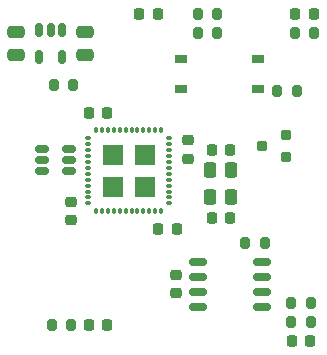
<source format=gbr>
%TF.GenerationSoftware,KiCad,Pcbnew,(6.0.0)*%
%TF.CreationDate,2022-06-11T23:43:56+12:00*%
%TF.ProjectId,Canmaster_HW,43616e6d-6173-4746-9572-5f48572e6b69,rev?*%
%TF.SameCoordinates,Original*%
%TF.FileFunction,Paste,Top*%
%TF.FilePolarity,Positive*%
%FSLAX46Y46*%
G04 Gerber Fmt 4.6, Leading zero omitted, Abs format (unit mm)*
G04 Created by KiCad (PCBNEW (6.0.0)) date 2022-06-11 23:43:56*
%MOMM*%
%LPD*%
G01*
G04 APERTURE LIST*
G04 Aperture macros list*
%AMRoundRect*
0 Rectangle with rounded corners*
0 $1 Rounding radius*
0 $2 $3 $4 $5 $6 $7 $8 $9 X,Y pos of 4 corners*
0 Add a 4 corners polygon primitive as box body*
4,1,4,$2,$3,$4,$5,$6,$7,$8,$9,$2,$3,0*
0 Add four circle primitives for the rounded corners*
1,1,$1+$1,$2,$3*
1,1,$1+$1,$4,$5*
1,1,$1+$1,$6,$7*
1,1,$1+$1,$8,$9*
0 Add four rect primitives between the rounded corners*
20,1,$1+$1,$2,$3,$4,$5,0*
20,1,$1+$1,$4,$5,$6,$7,0*
20,1,$1+$1,$6,$7,$8,$9,0*
20,1,$1+$1,$8,$9,$2,$3,0*%
G04 Aperture macros list end*
%ADD10RoundRect,0.150000X-0.625000X-0.150000X0.625000X-0.150000X0.625000X0.150000X-0.625000X0.150000X0*%
%ADD11RoundRect,0.225000X-0.225000X-0.250000X0.225000X-0.250000X0.225000X0.250000X-0.225000X0.250000X0*%
%ADD12O,0.650000X0.300000*%
%ADD13O,0.300000X0.650000*%
%ADD14R,1.700000X1.700000*%
%ADD15RoundRect,0.150000X-0.150000X0.450000X-0.150000X-0.450000X0.150000X-0.450000X0.150000X0.450000X0*%
%ADD16RoundRect,0.225000X0.250000X-0.225000X0.250000X0.225000X-0.250000X0.225000X-0.250000X-0.225000X0*%
%ADD17RoundRect,0.200000X0.200000X0.275000X-0.200000X0.275000X-0.200000X-0.275000X0.200000X-0.275000X0*%
%ADD18RoundRect,0.200000X-0.200000X-0.275000X0.200000X-0.275000X0.200000X0.275000X-0.200000X0.275000X0*%
%ADD19RoundRect,0.225000X0.225000X0.250000X-0.225000X0.250000X-0.225000X-0.250000X0.225000X-0.250000X0*%
%ADD20RoundRect,0.218750X-0.218750X-0.256250X0.218750X-0.256250X0.218750X0.256250X-0.218750X0.256250X0*%
%ADD21RoundRect,0.150000X-0.450000X-0.150000X0.450000X-0.150000X0.450000X0.150000X-0.450000X0.150000X0*%
%ADD22RoundRect,0.275000X0.275000X-0.375000X0.275000X0.375000X-0.275000X0.375000X-0.275000X-0.375000X0*%
%ADD23RoundRect,0.250000X0.475000X-0.250000X0.475000X0.250000X-0.475000X0.250000X-0.475000X-0.250000X0*%
%ADD24RoundRect,0.225000X-0.250000X0.225000X-0.250000X-0.225000X0.250000X-0.225000X0.250000X0.225000X0*%
%ADD25RoundRect,0.250000X-0.475000X0.250000X-0.475000X-0.250000X0.475000X-0.250000X0.475000X0.250000X0*%
%ADD26RoundRect,0.200000X0.250000X0.200000X-0.250000X0.200000X-0.250000X-0.200000X0.250000X-0.200000X0*%
%ADD27R,1.000000X0.800000*%
G04 APERTURE END LIST*
D10*
%TO.C,U4*%
X104700000Y-79895000D03*
X104700000Y-81165000D03*
X104700000Y-82435000D03*
X104700000Y-83705000D03*
X110100000Y-83705000D03*
X110100000Y-82435000D03*
X110100000Y-81165000D03*
X110100000Y-79895000D03*
%TD*%
D11*
%TO.C,C8*%
X95425000Y-67300000D03*
X96975000Y-67300000D03*
%TD*%
D12*
%TO.C,U3*%
X102225000Y-74950000D03*
X102225000Y-74450000D03*
X102225000Y-73950000D03*
X102225000Y-73450000D03*
X102225000Y-72950000D03*
X102225000Y-72450000D03*
X102225000Y-71950000D03*
X102225000Y-71450000D03*
X102225000Y-70950000D03*
X102225000Y-70450000D03*
X102225000Y-69950000D03*
X102225000Y-69450000D03*
D13*
X101550000Y-68775000D03*
X101050000Y-68775000D03*
X100550000Y-68775000D03*
X100050000Y-68775000D03*
X99550000Y-68775000D03*
X99050000Y-68775000D03*
X98550000Y-68775000D03*
X98050000Y-68775000D03*
X97550000Y-68775000D03*
X97050000Y-68775000D03*
X96550000Y-68775000D03*
X96050000Y-68775000D03*
D12*
X95375000Y-69450000D03*
X95375000Y-69950000D03*
X95375000Y-70450000D03*
X95375000Y-70950000D03*
X95375000Y-71450000D03*
X95375000Y-71950000D03*
X95375000Y-72450000D03*
X95375000Y-72950000D03*
X95375000Y-73450000D03*
X95375000Y-73950000D03*
X95375000Y-74450000D03*
X95375000Y-74950000D03*
D13*
X96050000Y-75625000D03*
X96550000Y-75625000D03*
X97050000Y-75625000D03*
X97550000Y-75625000D03*
X98050000Y-75625000D03*
X98550000Y-75625000D03*
X99050000Y-75625000D03*
X99550000Y-75625000D03*
X100050000Y-75625000D03*
X100550000Y-75625000D03*
X101050000Y-75625000D03*
X101550000Y-75625000D03*
D14*
X97450000Y-73550000D03*
X100150000Y-73550000D03*
X97450000Y-70850000D03*
X100150000Y-70850000D03*
%TD*%
D15*
%TO.C,U2*%
X93150000Y-60250000D03*
X92200000Y-60250000D03*
X91250000Y-60250000D03*
X91250000Y-62550000D03*
X93150000Y-62550000D03*
%TD*%
D16*
%TO.C,C6*%
X93900000Y-76375000D03*
X93900000Y-74825000D03*
%TD*%
D17*
%TO.C,R5*%
X106325000Y-58900000D03*
X104675000Y-58900000D03*
%TD*%
%TO.C,R9*%
X114225000Y-83400000D03*
X112575000Y-83400000D03*
%TD*%
D11*
%TO.C,C2*%
X105825000Y-76200000D03*
X107375000Y-76200000D03*
%TD*%
D18*
%TO.C,R6*%
X104675000Y-60500000D03*
X106325000Y-60500000D03*
%TD*%
D19*
%TO.C,C7*%
X102875000Y-77100000D03*
X101325000Y-77100000D03*
%TD*%
D20*
%TO.C,DS1*%
X112912500Y-58900000D03*
X114487500Y-58900000D03*
%TD*%
D21*
%TO.C,U1*%
X91450000Y-70350000D03*
X91450000Y-71300000D03*
X91450000Y-72250000D03*
X93750000Y-72250000D03*
X93750000Y-71300000D03*
X93750000Y-70350000D03*
%TD*%
D18*
%TO.C,R2*%
X112875000Y-60500000D03*
X114525000Y-60500000D03*
%TD*%
%TO.C,R1*%
X92305000Y-85235000D03*
X93955000Y-85235000D03*
%TD*%
D19*
%TO.C,C3*%
X107375000Y-70400000D03*
X105825000Y-70400000D03*
%TD*%
D22*
%TO.C,Y1*%
X107500000Y-74450000D03*
X107500000Y-72150000D03*
X105700000Y-72150000D03*
X105700000Y-74450000D03*
%TD*%
D18*
%TO.C,R7*%
X111375000Y-65400000D03*
X113025000Y-65400000D03*
%TD*%
D16*
%TO.C,C10*%
X102800000Y-82575000D03*
X102800000Y-81025000D03*
%TD*%
D20*
%TO.C,DS3*%
X99712500Y-58900000D03*
X101287500Y-58900000D03*
%TD*%
D18*
%TO.C,R3*%
X112575000Y-85000000D03*
X114225000Y-85000000D03*
%TD*%
%TO.C,R4*%
X108675000Y-78300000D03*
X110325000Y-78300000D03*
%TD*%
D23*
%TO.C,C4*%
X95100000Y-62350000D03*
X95100000Y-60450000D03*
%TD*%
D24*
%TO.C,C5*%
X103800000Y-69625000D03*
X103800000Y-71175000D03*
%TD*%
D25*
%TO.C,C1*%
X89300000Y-60450000D03*
X89300000Y-62350000D03*
%TD*%
D26*
%TO.C,D1*%
X112100000Y-71050000D03*
X112100000Y-69150000D03*
X110100000Y-70100000D03*
%TD*%
D17*
%TO.C,R8*%
X94125000Y-64900000D03*
X92475000Y-64900000D03*
%TD*%
D11*
%TO.C,C9*%
X95455000Y-85235000D03*
X97005000Y-85235000D03*
%TD*%
D27*
%TO.C,U5*%
X103250000Y-62730000D03*
X103250000Y-65270000D03*
X109750000Y-65270000D03*
X109750000Y-62730000D03*
%TD*%
D20*
%TO.C,DS2*%
X112612500Y-86600000D03*
X114187500Y-86600000D03*
%TD*%
M02*

</source>
